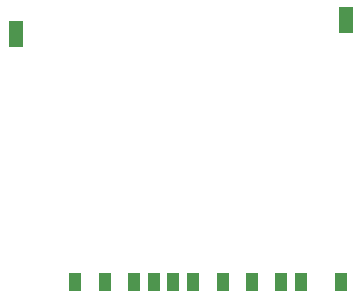
<source format=gbr>
%TF.GenerationSoftware,KiCad,Pcbnew,(6.0.11)*%
%TF.CreationDate,2024-01-15T12:07:12-05:00*%
%TF.ProjectId,input-output.Disk,696e7075-742d-46f7-9574-7075742e4469,rev?*%
%TF.SameCoordinates,Original*%
%TF.FileFunction,Paste,Top*%
%TF.FilePolarity,Positive*%
%FSLAX46Y46*%
G04 Gerber Fmt 4.6, Leading zero omitted, Abs format (unit mm)*
G04 Created by KiCad (PCBNEW (6.0.11)) date 2024-01-15 12:07:12*
%MOMM*%
%LPD*%
G01*
G04 APERTURE LIST*
%ADD10R,1.000000X1.500000*%
%ADD11R,1.200000X2.200000*%
G04 APERTURE END LIST*
D10*
%TO.C,J12*%
X238280000Y-104150000D03*
X240780000Y-104150000D03*
X244080000Y-104150000D03*
X245780000Y-104150000D03*
X248280000Y-104150000D03*
X250780000Y-104150000D03*
X253200000Y-104150000D03*
X254900000Y-104150000D03*
X235780000Y-104150000D03*
X242430000Y-104150000D03*
X258250000Y-104150000D03*
D11*
X230750000Y-83150000D03*
X258750000Y-81950000D03*
%TD*%
M02*

</source>
